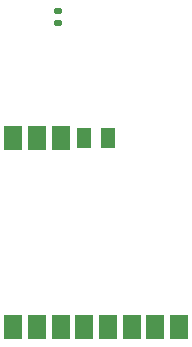
<source format=gbr>
%TF.GenerationSoftware,KiCad,Pcbnew,(5.99.0-7167-g34dbce6bce)*%
%TF.CreationDate,2021-01-04T09:35:53+03:00*%
%TF.ProjectId,ANV,414e562e-6b69-4636-9164-5f7063625858,rev?*%
%TF.SameCoordinates,Original*%
%TF.FileFunction,Paste,Bot*%
%TF.FilePolarity,Positive*%
%FSLAX46Y46*%
G04 Gerber Fmt 4.6, Leading zero omitted, Abs format (unit mm)*
G04 Created by KiCad (PCBNEW (5.99.0-7167-g34dbce6bce)) date 2021-01-04 09:35:53*
%MOMM*%
%LPD*%
G01*
G04 APERTURE LIST*
G04 Aperture macros list*
%AMRoundRect*
0 Rectangle with rounded corners*
0 $1 Rounding radius*
0 $2 $3 $4 $5 $6 $7 $8 $9 X,Y pos of 4 corners*
0 Add a 4 corners polygon primitive as box body*
4,1,4,$2,$3,$4,$5,$6,$7,$8,$9,$2,$3,0*
0 Add four circle primitives for the rounded corners*
1,1,$1+$1,$2,$3,0*
1,1,$1+$1,$4,$5,0*
1,1,$1+$1,$6,$7,0*
1,1,$1+$1,$8,$9,0*
0 Add four rect primitives between the rounded corners*
20,1,$1+$1,$2,$3,$4,$5,0*
20,1,$1+$1,$4,$5,$6,$7,0*
20,1,$1+$1,$6,$7,$8,$9,0*
20,1,$1+$1,$8,$9,$2,$3,0*%
G04 Aperture macros list end*
%ADD10RoundRect,0.135000X0.185000X-0.135000X0.185000X0.135000X-0.185000X0.135000X-0.185000X-0.135000X0*%
%ADD11R,1.500000X2.000000*%
%ADD12R,1.300000X1.800000*%
G04 APERTURE END LIST*
D10*
%TO.C,R44*%
X21250000Y-39260000D03*
X21250000Y-38240000D03*
%TD*%
D11*
%TO.C,U12*%
X17500000Y-49000000D03*
X19500000Y-49000000D03*
X21500000Y-49000000D03*
D12*
X23500000Y-49000000D03*
X25500000Y-49000000D03*
D11*
X31500000Y-65000000D03*
X29500000Y-65000000D03*
X27500000Y-65000000D03*
X25500000Y-65000000D03*
X23500000Y-65000000D03*
X21500000Y-65000000D03*
X19500000Y-65000000D03*
X17500000Y-65000000D03*
%TD*%
M02*

</source>
